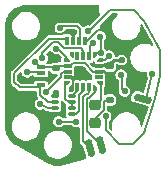
<source format=gbl>
G04 #@! TF.GenerationSoftware,KiCad,Pcbnew,7.0.7*
G04 #@! TF.CreationDate,2024-03-10T20:01:59-05:00*
G04 #@! TF.ProjectId,O12encoder,4f313265-6e63-46f6-9465-722e6b696361,1*
G04 #@! TF.SameCoordinates,Original*
G04 #@! TF.FileFunction,Copper,L2,Bot*
G04 #@! TF.FilePolarity,Positive*
%FSLAX46Y46*%
G04 Gerber Fmt 4.6, Leading zero omitted, Abs format (unit mm)*
G04 Created by KiCad (PCBNEW 7.0.7) date 2024-03-10 20:01:59*
%MOMM*%
%LPD*%
G01*
G04 APERTURE LIST*
G04 Aperture macros list*
%AMRoundRect*
0 Rectangle with rounded corners*
0 $1 Rounding radius*
0 $2 $3 $4 $5 $6 $7 $8 $9 X,Y pos of 4 corners*
0 Add a 4 corners polygon primitive as box body*
4,1,4,$2,$3,$4,$5,$6,$7,$8,$9,$2,$3,0*
0 Add four circle primitives for the rounded corners*
1,1,$1+$1,$2,$3*
1,1,$1+$1,$4,$5*
1,1,$1+$1,$6,$7*
1,1,$1+$1,$8,$9*
0 Add four rect primitives between the rounded corners*
20,1,$1+$1,$2,$3,$4,$5,0*
20,1,$1+$1,$4,$5,$6,$7,0*
20,1,$1+$1,$6,$7,$8,$9,0*
20,1,$1+$1,$8,$9,$2,$3,0*%
%AMFreePoly0*
4,1,6,0.150000,-0.175000,-0.150000,-0.175000,-0.150000,0.175000,0.000000,0.325000,0.150000,0.325000,0.150000,-0.175000,0.150000,-0.175000,$1*%
%AMFreePoly1*
4,1,6,0.150000,0.175000,0.150000,-0.175000,-0.150000,-0.175000,-0.150000,0.325000,0.000000,0.325000,0.150000,0.175000,0.150000,0.175000,$1*%
%AMFreePoly2*
4,1,6,0.175000,-0.150000,-0.175000,-0.150000,-0.325000,0.000000,-0.325000,0.150000,0.175000,0.150000,0.175000,-0.150000,0.175000,-0.150000,$1*%
%AMFreePoly3*
4,1,7,0.175000,-0.150000,-0.175000,-0.150000,-0.325000,-0.150000,-0.325000,0.000000,-0.175000,0.150000,0.175000,0.150000,0.175000,-0.150000,0.175000,-0.150000,$1*%
%AMFreePoly4*
4,1,6,0.150000,-0.175000,0.000000,-0.325000,-0.150000,-0.325000,-0.150000,0.175000,0.150000,0.175000,0.150000,-0.175000,0.150000,-0.175000,$1*%
%AMFreePoly5*
4,1,6,0.150000,-0.325000,0.000000,-0.325000,-0.150000,-0.175000,-0.150000,0.175000,0.150000,0.175000,0.150000,-0.325000,0.150000,-0.325000,$1*%
%AMFreePoly6*
4,1,6,0.325000,0.000000,0.325000,-0.150000,-0.175000,-0.150000,-0.175000,0.150000,0.175000,0.150000,0.325000,0.000000,0.325000,0.000000,$1*%
%AMFreePoly7*
4,1,6,0.325000,0.000000,0.175000,-0.150000,-0.175000,-0.150000,-0.175000,0.150000,0.325000,0.150000,0.325000,0.000000,0.325000,0.000000,$1*%
G04 Aperture macros list end*
G04 #@! TA.AperFunction,SMDPad,CuDef*
%ADD10RoundRect,0.135000X-0.185000X0.135000X-0.185000X-0.135000X0.185000X-0.135000X0.185000X0.135000X0*%
G04 #@! TD*
G04 #@! TA.AperFunction,SMDPad,CuDef*
%ADD11RoundRect,0.218750X-0.256250X0.218750X-0.256250X-0.218750X0.256250X-0.218750X0.256250X0.218750X0*%
G04 #@! TD*
G04 #@! TA.AperFunction,SMDPad,CuDef*
%ADD12R,0.400000X0.800000*%
G04 #@! TD*
G04 #@! TA.AperFunction,SMDPad,CuDef*
%ADD13R,0.300000X0.800000*%
G04 #@! TD*
G04 #@! TA.AperFunction,SMDPad,CuDef*
%ADD14RoundRect,0.150000X0.010403X-0.618378X0.300180X-0.540733X-0.010403X0.618378X-0.300180X0.540733X0*%
G04 #@! TD*
G04 #@! TA.AperFunction,SMDPad,CuDef*
%ADD15R,0.800000X0.400000*%
G04 #@! TD*
G04 #@! TA.AperFunction,SMDPad,CuDef*
%ADD16R,0.800000X0.300000*%
G04 #@! TD*
G04 #@! TA.AperFunction,SMDPad,CuDef*
%ADD17RoundRect,0.150000X-0.540733X0.300180X-0.618378X0.010403X0.540733X-0.300180X0.618378X-0.010403X0*%
G04 #@! TD*
G04 #@! TA.AperFunction,SMDPad,CuDef*
%ADD18RoundRect,0.140000X0.170000X-0.140000X0.170000X0.140000X-0.170000X0.140000X-0.170000X-0.140000X0*%
G04 #@! TD*
G04 #@! TA.AperFunction,SMDPad,CuDef*
%ADD19RoundRect,0.050000X0.285000X0.100000X-0.285000X0.100000X-0.285000X-0.100000X0.285000X-0.100000X0*%
G04 #@! TD*
G04 #@! TA.AperFunction,SMDPad,CuDef*
%ADD20FreePoly0,0.000000*%
G04 #@! TD*
G04 #@! TA.AperFunction,SMDPad,CuDef*
%ADD21R,0.300000X0.700000*%
G04 #@! TD*
G04 #@! TA.AperFunction,SMDPad,CuDef*
%ADD22FreePoly1,0.000000*%
G04 #@! TD*
G04 #@! TA.AperFunction,SMDPad,CuDef*
%ADD23FreePoly2,0.000000*%
G04 #@! TD*
G04 #@! TA.AperFunction,SMDPad,CuDef*
%ADD24R,0.700000X0.300000*%
G04 #@! TD*
G04 #@! TA.AperFunction,SMDPad,CuDef*
%ADD25FreePoly3,0.000000*%
G04 #@! TD*
G04 #@! TA.AperFunction,SMDPad,CuDef*
%ADD26FreePoly4,0.000000*%
G04 #@! TD*
G04 #@! TA.AperFunction,SMDPad,CuDef*
%ADD27FreePoly5,0.000000*%
G04 #@! TD*
G04 #@! TA.AperFunction,SMDPad,CuDef*
%ADD28FreePoly6,0.000000*%
G04 #@! TD*
G04 #@! TA.AperFunction,SMDPad,CuDef*
%ADD29FreePoly7,0.000000*%
G04 #@! TD*
G04 #@! TA.AperFunction,ViaPad*
%ADD30C,0.550000*%
G04 #@! TD*
G04 #@! TA.AperFunction,Conductor*
%ADD31C,0.160000*%
G04 #@! TD*
G04 APERTURE END LIST*
D10*
X52850000Y-50990000D03*
X52850000Y-52010000D03*
D11*
X51600000Y-52412500D03*
X51600000Y-53987500D03*
D12*
X51750000Y-44500000D03*
X48250000Y-44500000D03*
D13*
X49250000Y-47000000D03*
X49750000Y-47000000D03*
X50250000Y-47000000D03*
X50750000Y-47000000D03*
D14*
X52090926Y-55816181D03*
D15*
X44485000Y-48250000D03*
X44485000Y-51750000D03*
D16*
X46985000Y-50750000D03*
X46985000Y-50250000D03*
X46985000Y-49750000D03*
X46985000Y-49250000D03*
D17*
X55625000Y-51900000D03*
D18*
X48300000Y-49330000D03*
X48300000Y-48370000D03*
X52850000Y-50105000D03*
X52850000Y-49145000D03*
D14*
X51125000Y-56075000D03*
D19*
X49665000Y-51700000D03*
X49665000Y-52200000D03*
X49665000Y-52700000D03*
X49665000Y-53200000D03*
X48185000Y-53200000D03*
X48185000Y-52700000D03*
X48185000Y-52200000D03*
X48185000Y-51700000D03*
D20*
X49600000Y-51075000D03*
D21*
X50100000Y-50900000D03*
X50600000Y-50900000D03*
X51100000Y-50900000D03*
D22*
X51600000Y-51075000D03*
D23*
X52075000Y-50600000D03*
D24*
X51900000Y-50100000D03*
X51900000Y-49600000D03*
X51900000Y-49100000D03*
D25*
X52075000Y-48600000D03*
D26*
X51600000Y-48125000D03*
D21*
X51100000Y-48300000D03*
X50600000Y-48300000D03*
X50100000Y-48300000D03*
D27*
X49600000Y-48125000D03*
D28*
X49125000Y-48600000D03*
D24*
X49300000Y-49100000D03*
X49300000Y-49600000D03*
X49300000Y-50100000D03*
D29*
X49125000Y-50600000D03*
D30*
X47280000Y-45140000D03*
X49940000Y-56060000D03*
X45060000Y-47570000D03*
X45220000Y-52410000D03*
X46560000Y-56020000D03*
X50070000Y-44630000D03*
X50550000Y-49460000D03*
X54088807Y-52738807D03*
X56450000Y-49800000D03*
X52500000Y-53400000D03*
X50999015Y-46164117D03*
X52020000Y-46650000D03*
X54100000Y-51250000D03*
X45250000Y-50250000D03*
X49500000Y-54650000D03*
X50000000Y-53850000D03*
X46950000Y-52350000D03*
X53800000Y-49900000D03*
X48500000Y-53850000D03*
X53850000Y-48650000D03*
X48620781Y-45945781D03*
X49750141Y-46340000D03*
X45840000Y-49640000D03*
X47456385Y-51345099D03*
X46480000Y-48820000D03*
X48245500Y-51406600D03*
X46286086Y-50235983D03*
X47140000Y-48490000D03*
X47831823Y-48226061D03*
X48253550Y-47655500D03*
X51454066Y-47165000D03*
X52775000Y-48275000D03*
X52075000Y-48000000D03*
D31*
X52850000Y-49145000D02*
X53345000Y-48650000D01*
X53345000Y-48650000D02*
X53850000Y-48650000D01*
X51750000Y-44500000D02*
X51630000Y-44620000D01*
X51630000Y-44620000D02*
X50080000Y-44620000D01*
X50080000Y-44620000D02*
X50070000Y-44630000D01*
X56500634Y-52457158D02*
X55700000Y-54800000D01*
X57100000Y-49951198D02*
X56661899Y-51855303D01*
X57100000Y-47800000D02*
X55750000Y-45300000D01*
X53300000Y-51300000D02*
X53690000Y-51690000D01*
X53690000Y-51690000D02*
X53690000Y-52340000D01*
X53690000Y-52340000D02*
X54088807Y-52738807D01*
X54100000Y-51250000D02*
X53900000Y-51050000D01*
X53900000Y-51050000D02*
X53900000Y-50000000D01*
X53900000Y-50000000D02*
X53800000Y-49900000D01*
X50750000Y-47000000D02*
X50890746Y-47000000D01*
X53053015Y-46903015D02*
X54450000Y-48300000D01*
X51810746Y-46080000D02*
X52230706Y-46080000D01*
X53053015Y-46902309D02*
X53053015Y-46903015D01*
X50890746Y-47000000D02*
X51810746Y-46080000D01*
X52230706Y-46080000D02*
X53053015Y-46902309D01*
X54450000Y-49050000D02*
X54335000Y-49165000D01*
X54335000Y-49165000D02*
X53790000Y-49165000D01*
X54450000Y-48300000D02*
X54450000Y-49050000D01*
X53790000Y-49165000D02*
X52850000Y-50105000D01*
X56450000Y-49800000D02*
X55880000Y-51900000D01*
X55400000Y-51650000D02*
X55600000Y-51850000D01*
X55200000Y-51619460D02*
X55200000Y-51650000D01*
X55200000Y-51650000D02*
X55400000Y-51650000D01*
X54800000Y-55700000D02*
X55700000Y-54800000D01*
X53650000Y-55700000D02*
X54800000Y-55700000D01*
X52534953Y-54584953D02*
X53650000Y-55700000D01*
X52500000Y-53400000D02*
X52534953Y-54584953D01*
X51105883Y-46164117D02*
X50999015Y-46164117D01*
X52870000Y-44400000D02*
X51105883Y-46164117D01*
X56500634Y-52457158D02*
X56661899Y-51855303D01*
X55750000Y-45300000D02*
X54850000Y-44400000D01*
X54850000Y-44400000D02*
X52870000Y-44400000D01*
X57100000Y-49951198D02*
X57100000Y-47800000D01*
X49300000Y-49100000D02*
X49500000Y-49100000D01*
X49500000Y-49100000D02*
X49710000Y-48890000D01*
X50710000Y-48890000D02*
X51420000Y-49600000D01*
X49710000Y-48890000D02*
X50710000Y-48890000D01*
X51420000Y-49600000D02*
X51900000Y-49600000D01*
X47140000Y-48490000D02*
X47140000Y-48040730D01*
X48040230Y-47140500D02*
X48490500Y-47140500D01*
X47140000Y-48040730D02*
X48040230Y-47140500D01*
X48990000Y-47640000D02*
X50420000Y-47640000D01*
X48490500Y-47140500D02*
X48990000Y-47640000D01*
X50420000Y-47640000D02*
X50600000Y-47820000D01*
X50600000Y-47820000D02*
X50600000Y-48300000D01*
X46660000Y-48925000D02*
X46985000Y-49250000D01*
X46480000Y-48820000D02*
X46660000Y-48925000D01*
X49250000Y-47000000D02*
X49070500Y-46820500D01*
X45200000Y-50950000D02*
X46785000Y-50950000D01*
X47679500Y-46820500D02*
X44735000Y-49765000D01*
X46785000Y-50950000D02*
X46985000Y-50750000D01*
X44735000Y-50485000D02*
X45200000Y-50950000D01*
X49070500Y-46820500D02*
X47679500Y-46820500D01*
X44735000Y-49765000D02*
X44735000Y-50485000D01*
X51454066Y-47165000D02*
X51140000Y-47479066D01*
X51140000Y-48260000D02*
X51100000Y-48300000D01*
X51140000Y-47479066D02*
X51140000Y-48260000D01*
X49750000Y-46342861D02*
X49677139Y-46270000D01*
X49024882Y-46270000D02*
X48834101Y-46460781D01*
X48834101Y-46460781D02*
X48335781Y-46460781D01*
X49677139Y-46270000D02*
X49024882Y-46270000D01*
X49750000Y-47000000D02*
X49750000Y-46342861D01*
X48335781Y-46460781D02*
X48105781Y-46230781D01*
X48105781Y-46230781D02*
X48105781Y-44644219D01*
X48105781Y-44644219D02*
X48250000Y-44500000D01*
X48620781Y-45945781D02*
X48816562Y-45750000D01*
X48816562Y-45750000D02*
X50080000Y-45750000D01*
X50080000Y-45750000D02*
X50360000Y-46030000D01*
X50360000Y-46030000D02*
X50360000Y-46890000D01*
X50360000Y-46890000D02*
X50250000Y-47000000D01*
X52020000Y-46650924D02*
X52075000Y-46652614D01*
X52075000Y-46652614D02*
X52075000Y-48000000D01*
X52990000Y-50990000D02*
X53300000Y-51300000D01*
X52850000Y-50990000D02*
X52990000Y-50990000D01*
X52850000Y-52010000D02*
X52505048Y-52010000D01*
X52505048Y-52010000D02*
X52315000Y-52200048D01*
X52315000Y-52200048D02*
X52315000Y-52835000D01*
X52315000Y-52835000D02*
X51400000Y-53750000D01*
X51092548Y-51810000D02*
X50945096Y-51810000D01*
X51600000Y-51302548D02*
X51092548Y-51810000D01*
X50945096Y-51810000D02*
X50880000Y-51875096D01*
X50880000Y-51875096D02*
X50880000Y-54605255D01*
X51600000Y-51075000D02*
X51600000Y-51302548D01*
X50880000Y-54605255D02*
X52090926Y-55816181D01*
X51100000Y-50900000D02*
X51100000Y-51350000D01*
X51100000Y-51350000D02*
X50960000Y-51490000D01*
X50960000Y-51490000D02*
X50812548Y-51490000D01*
X50560000Y-55510000D02*
X51125000Y-56075000D01*
X50812548Y-51490000D02*
X50560000Y-51742548D01*
X50560000Y-51742548D02*
X50560000Y-55510000D01*
X46950000Y-52350000D02*
X47621160Y-52700000D01*
X47621160Y-52700000D02*
X48185000Y-52700000D01*
X47985000Y-54063320D02*
X47985000Y-53315000D01*
X48286680Y-54365000D02*
X47985000Y-54063320D01*
X49215000Y-54365000D02*
X48286680Y-54365000D01*
X47985000Y-53315000D02*
X48050000Y-53250000D01*
X49500000Y-54650000D02*
X49215000Y-54365000D01*
X50000000Y-53850000D02*
X48500000Y-53850000D01*
X51600000Y-52462500D02*
X52075000Y-51987500D01*
X52075000Y-51987500D02*
X52075000Y-50600000D01*
X52850000Y-50990000D02*
X52850000Y-50105000D01*
X48185000Y-52200000D02*
X47582966Y-52200000D01*
X47582966Y-52200000D02*
X46941385Y-51558419D01*
X46941385Y-51131779D02*
X46950000Y-51123164D01*
X46941385Y-51558419D02*
X46941385Y-51131779D01*
X46950000Y-51123164D02*
X46950000Y-50785000D01*
X46950000Y-50785000D02*
X46985000Y-50750000D01*
X45840000Y-49640000D02*
X46875000Y-49640000D01*
X46875000Y-49640000D02*
X46985000Y-49750000D01*
X49300000Y-49600000D02*
X48877401Y-49600000D01*
X48877401Y-49600000D02*
X48700000Y-49777401D01*
X48700000Y-49777401D02*
X48700000Y-50101484D01*
X48700000Y-50101484D02*
X47456385Y-51345099D01*
X52850000Y-49145000D02*
X51945000Y-49145000D01*
X51945000Y-49145000D02*
X51900000Y-49100000D01*
X52775000Y-48275000D02*
X52450000Y-48600000D01*
X52450000Y-48600000D02*
X52075000Y-48600000D01*
X52850000Y-50105000D02*
X52345000Y-49600000D01*
X52345000Y-49600000D02*
X51900000Y-49600000D01*
X48185000Y-51467100D02*
X48245500Y-51406600D01*
X48185000Y-51700000D02*
X48185000Y-51467100D01*
X46450000Y-50250000D02*
X46425000Y-50225000D01*
X46985000Y-50250000D02*
X46450000Y-50250000D01*
X47975762Y-48370000D02*
X47831823Y-48226061D01*
X48300000Y-48370000D02*
X47975762Y-48370000D01*
X46985000Y-49250000D02*
X48220000Y-49250000D01*
X48220000Y-49250000D02*
X48300000Y-49330000D01*
X48300000Y-49330000D02*
X48530000Y-49100000D01*
X48530000Y-49100000D02*
X49300000Y-49100000D01*
X48432901Y-47655500D02*
X48253550Y-47655500D01*
X49125000Y-48347599D02*
X48432901Y-47655500D01*
X49125000Y-48600000D02*
X49125000Y-48347599D01*
X49665000Y-53200000D02*
X49960122Y-53200000D01*
X50240000Y-52920122D02*
X50240000Y-51610000D01*
X49960122Y-53200000D02*
X50240000Y-52920122D01*
X50600000Y-51250000D02*
X50600000Y-50900000D01*
X50240000Y-51610000D02*
X50600000Y-51250000D01*
X49600000Y-51075000D02*
X49690000Y-50985000D01*
X49690000Y-50985000D02*
X49690000Y-50350588D01*
X49690000Y-50350588D02*
X49439412Y-50100000D01*
X49439412Y-50100000D02*
X49300000Y-50100000D01*
X52075000Y-48000000D02*
X51725000Y-48000000D01*
X51725000Y-48000000D02*
X51600000Y-48125000D01*
X49665000Y-52700000D02*
X49665000Y-52200000D01*
X49665000Y-51700000D02*
X50100000Y-51265000D01*
X50100000Y-51265000D02*
X50100000Y-50900000D01*
X49665000Y-52200000D02*
X49369878Y-52200000D01*
X49090000Y-51920122D02*
X49090000Y-50635000D01*
X49369878Y-52200000D02*
X49090000Y-51920122D01*
X49090000Y-50635000D02*
X49125000Y-50600000D01*
G04 #@! TA.AperFunction,Conductor*
G36*
X51913933Y-43976341D02*
G01*
X51940953Y-44023141D01*
X51942133Y-44035127D01*
X51942600Y-44056517D01*
X51943382Y-44092359D01*
X51943481Y-44092853D01*
X51944999Y-44108266D01*
X51944999Y-44538817D01*
X51945879Y-44552244D01*
X51945880Y-44552250D01*
X51949449Y-44579361D01*
X51950384Y-44585696D01*
X51950384Y-44585698D01*
X51984854Y-44670404D01*
X51984855Y-44670406D01*
X52015848Y-44714670D01*
X52033255Y-44733906D01*
X52053622Y-44783960D01*
X52037050Y-44835395D01*
X52030538Y-44842773D01*
X51191212Y-45682099D01*
X51142236Y-45704937D01*
X51113096Y-45702038D01*
X51067386Y-45688617D01*
X51067382Y-45688617D01*
X50930648Y-45688617D01*
X50930647Y-45688617D01*
X50799454Y-45727139D01*
X50799449Y-45727141D01*
X50684430Y-45801057D01*
X50684424Y-45801062D01*
X50668665Y-45819250D01*
X50621442Y-45845523D01*
X50568380Y-45835295D01*
X50561357Y-45830560D01*
X50553832Y-45824878D01*
X50546754Y-45819534D01*
X50542633Y-45815946D01*
X50319811Y-45593124D01*
X50312799Y-45583376D01*
X50312135Y-45583878D01*
X50307722Y-45578035D01*
X50307721Y-45578034D01*
X50307721Y-45578033D01*
X50274415Y-45547670D01*
X50273125Y-45546438D01*
X50259964Y-45533277D01*
X50259963Y-45533276D01*
X50259962Y-45533275D01*
X50256846Y-45531141D01*
X50252555Y-45527742D01*
X50243995Y-45519939D01*
X50230222Y-45507383D01*
X50230220Y-45507382D01*
X50220217Y-45503507D01*
X50204110Y-45495016D01*
X50195263Y-45488955D01*
X50195261Y-45488954D01*
X50165840Y-45482035D01*
X50160608Y-45480414D01*
X50132436Y-45469500D01*
X50132435Y-45469500D01*
X50121710Y-45469500D01*
X50103621Y-45467401D01*
X50093180Y-45464945D01*
X50093178Y-45464944D01*
X50073381Y-45467706D01*
X50063239Y-45469121D01*
X50057784Y-45469500D01*
X48875204Y-45469500D01*
X48863350Y-45467566D01*
X48863236Y-45468389D01*
X48855988Y-45467377D01*
X48810992Y-45469458D01*
X48809167Y-45469500D01*
X48790569Y-45469500D01*
X48790566Y-45469500D01*
X48790560Y-45469501D01*
X48786845Y-45470195D01*
X48781415Y-45470824D01*
X48751226Y-45472221D01*
X48744103Y-45473897D01*
X48743455Y-45471141D01*
X48701560Y-45473924D01*
X48701349Y-45473862D01*
X48689152Y-45470281D01*
X48689148Y-45470281D01*
X48552414Y-45470281D01*
X48552413Y-45470281D01*
X48421220Y-45508803D01*
X48421215Y-45508805D01*
X48306192Y-45582725D01*
X48216651Y-45686062D01*
X48159849Y-45810440D01*
X48140391Y-45945781D01*
X48159849Y-46081121D01*
X48216651Y-46205499D01*
X48306192Y-46308836D01*
X48420712Y-46382433D01*
X48421220Y-46382759D01*
X48429534Y-46385200D01*
X48473050Y-46417240D01*
X48485790Y-46469756D01*
X48461793Y-46518175D01*
X48412287Y-46539841D01*
X48407277Y-46540000D01*
X47738142Y-46540000D01*
X47726288Y-46538066D01*
X47726174Y-46538889D01*
X47718926Y-46537877D01*
X47673930Y-46539958D01*
X47672105Y-46540000D01*
X47653507Y-46540000D01*
X47653504Y-46540000D01*
X47653498Y-46540001D01*
X47649783Y-46540695D01*
X47644354Y-46541324D01*
X47614166Y-46542721D01*
X47604348Y-46547056D01*
X47586967Y-46552438D01*
X47576414Y-46554411D01*
X47550717Y-46570322D01*
X47545879Y-46572871D01*
X47518234Y-46585079D01*
X47518232Y-46585080D01*
X47510648Y-46592664D01*
X47496383Y-46603963D01*
X47487259Y-46609613D01*
X47487255Y-46609617D01*
X47469041Y-46633735D01*
X47465446Y-46637866D01*
X44578121Y-49525190D01*
X44568373Y-49532209D01*
X44568872Y-49532869D01*
X44563032Y-49537279D01*
X44532678Y-49570574D01*
X44531420Y-49571892D01*
X44518274Y-49585038D01*
X44516134Y-49588162D01*
X44512741Y-49592444D01*
X44492383Y-49614778D01*
X44492381Y-49614781D01*
X44488505Y-49624785D01*
X44480019Y-49640885D01*
X44473955Y-49649737D01*
X44473954Y-49649738D01*
X44467036Y-49679156D01*
X44465416Y-49684387D01*
X44454500Y-49712563D01*
X44454500Y-49723287D01*
X44452402Y-49741374D01*
X44449944Y-49751821D01*
X44451921Y-49765989D01*
X44454121Y-49781762D01*
X44454500Y-49787215D01*
X44454500Y-50426359D01*
X44452567Y-50438216D01*
X44453389Y-50438331D01*
X44452377Y-50445576D01*
X44454457Y-50490569D01*
X44454499Y-50492391D01*
X44454499Y-50510989D01*
X44455194Y-50514706D01*
X44455824Y-50520140D01*
X44457221Y-50550333D01*
X44461555Y-50560149D01*
X44466938Y-50577531D01*
X44467447Y-50580252D01*
X44468911Y-50588085D01*
X44484818Y-50613774D01*
X44487370Y-50618616D01*
X44499579Y-50646266D01*
X44507162Y-50653849D01*
X44518466Y-50668119D01*
X44519321Y-50669500D01*
X44524118Y-50677246D01*
X44548238Y-50695461D01*
X44552362Y-50699049D01*
X44757877Y-50904564D01*
X44960189Y-51106876D01*
X44967202Y-51116623D01*
X44967865Y-51116123D01*
X44972276Y-51121963D01*
X44972277Y-51121964D01*
X44972279Y-51121967D01*
X44996212Y-51143785D01*
X45005574Y-51152320D01*
X45006872Y-51153559D01*
X45019922Y-51166609D01*
X45020037Y-51166724D01*
X45023148Y-51168855D01*
X45027445Y-51172257D01*
X45049778Y-51192617D01*
X45059779Y-51196491D01*
X45075887Y-51204982D01*
X45080580Y-51208196D01*
X45084738Y-51211045D01*
X45114157Y-51217964D01*
X45119391Y-51219585D01*
X45147565Y-51230500D01*
X45158291Y-51230500D01*
X45176377Y-51232598D01*
X45180408Y-51233545D01*
X45186821Y-51235054D01*
X45186821Y-51235053D01*
X45186822Y-51235054D01*
X45191808Y-51234358D01*
X45216755Y-51230878D01*
X45222210Y-51230500D01*
X46581885Y-51230500D01*
X46632665Y-51248982D01*
X46659685Y-51295782D01*
X46660885Y-51309500D01*
X46660885Y-51499776D01*
X46658952Y-51511630D01*
X46659774Y-51511745D01*
X46658762Y-51518994D01*
X46660843Y-51563989D01*
X46660885Y-51565814D01*
X46660885Y-51584418D01*
X46661578Y-51588125D01*
X46662209Y-51593561D01*
X46663606Y-51623752D01*
X46667940Y-51633568D01*
X46673323Y-51650950D01*
X46674914Y-51659463D01*
X46675296Y-51661504D01*
X46691203Y-51687193D01*
X46693755Y-51692035D01*
X46705964Y-51719685D01*
X46713547Y-51727268D01*
X46724852Y-51741539D01*
X46730503Y-51750665D01*
X46754623Y-51768880D01*
X46758747Y-51772468D01*
X46770248Y-51783969D01*
X46772175Y-51785896D01*
X46795013Y-51834872D01*
X46781027Y-51887070D01*
X46754610Y-51909062D01*
X46755192Y-51909967D01*
X46635411Y-51986944D01*
X46545870Y-52090281D01*
X46489068Y-52214659D01*
X46469610Y-52350000D01*
X46489068Y-52485340D01*
X46545870Y-52609718D01*
X46635411Y-52713055D01*
X46736213Y-52777836D01*
X46750439Y-52786978D01*
X46851853Y-52816756D01*
X46881632Y-52825500D01*
X46881633Y-52825500D01*
X47018368Y-52825500D01*
X47049376Y-52816394D01*
X47139326Y-52789983D01*
X47193254Y-52793410D01*
X47198099Y-52795729D01*
X47450035Y-52927110D01*
X47466719Y-52938770D01*
X47470938Y-52942617D01*
X47501433Y-52954430D01*
X47503232Y-52955127D01*
X47507234Y-52956939D01*
X47514496Y-52960727D01*
X47514502Y-52960729D01*
X47514507Y-52960732D01*
X47528094Y-52964873D01*
X47530836Y-52965821D01*
X47568723Y-52980500D01*
X47573202Y-52981337D01*
X47584969Y-52983091D01*
X47589522Y-52983599D01*
X47589525Y-52983600D01*
X47589528Y-52983599D01*
X47589530Y-52983600D01*
X47602180Y-52982665D01*
X47630066Y-52980606D01*
X47632956Y-52980500D01*
X47695283Y-52980500D01*
X47739172Y-52993813D01*
X47751816Y-53002261D01*
X47802260Y-53035966D01*
X47875326Y-53050500D01*
X48494674Y-53050500D01*
X48567740Y-53035966D01*
X48650601Y-52980601D01*
X48705966Y-52897740D01*
X48720500Y-52824674D01*
X48720500Y-52575326D01*
X48705966Y-52502260D01*
X48705966Y-52502259D01*
X48700375Y-52493893D01*
X48687528Y-52441403D01*
X48700375Y-52406107D01*
X48705966Y-52397740D01*
X48715462Y-52350000D01*
X48720500Y-52324674D01*
X48720500Y-52138030D01*
X48738982Y-52087251D01*
X48785782Y-52060231D01*
X48839000Y-52069615D01*
X48855361Y-52082170D01*
X48862161Y-52088970D01*
X48873467Y-52103242D01*
X48879118Y-52112368D01*
X48903238Y-52130583D01*
X48907362Y-52134171D01*
X49097864Y-52324673D01*
X49120409Y-52347218D01*
X49142030Y-52387666D01*
X49144033Y-52397739D01*
X49144034Y-52397740D01*
X49149624Y-52406107D01*
X49149628Y-52406112D01*
X49162470Y-52458603D01*
X49149628Y-52493887D01*
X49144035Y-52502259D01*
X49144034Y-52502260D01*
X49144033Y-52502261D01*
X49129500Y-52575326D01*
X49129500Y-52824673D01*
X49144033Y-52897738D01*
X49144034Y-52897740D01*
X49149628Y-52906112D01*
X49162470Y-52958603D01*
X49149628Y-52993888D01*
X49144034Y-53002260D01*
X49144033Y-53002261D01*
X49129500Y-53075326D01*
X49129500Y-53324673D01*
X49144033Y-53397738D01*
X49144034Y-53397740D01*
X49176688Y-53446611D01*
X49189531Y-53499101D01*
X49165630Y-53547567D01*
X49116167Y-53569331D01*
X49111001Y-53569500D01*
X48922200Y-53569500D01*
X48871420Y-53551018D01*
X48862495Y-53542233D01*
X48845237Y-53522316D01*
X48814589Y-53486945D01*
X48814588Y-53486944D01*
X48699565Y-53413024D01*
X48699562Y-53413023D01*
X48699561Y-53413022D01*
X48626553Y-53391585D01*
X48568368Y-53374500D01*
X48568367Y-53374500D01*
X48431633Y-53374500D01*
X48431632Y-53374500D01*
X48300439Y-53413022D01*
X48300434Y-53413024D01*
X48185411Y-53486944D01*
X48095870Y-53590281D01*
X48039068Y-53714659D01*
X48019610Y-53850000D01*
X48039068Y-53985340D01*
X48095870Y-54109718D01*
X48185411Y-54213055D01*
X48231773Y-54242850D01*
X48300439Y-54286978D01*
X48401853Y-54316756D01*
X48431632Y-54325500D01*
X48431633Y-54325500D01*
X48568368Y-54325500D01*
X48592637Y-54318373D01*
X48699561Y-54286978D01*
X48814589Y-54213055D01*
X48862495Y-54157766D01*
X48909717Y-54131492D01*
X48922200Y-54130500D01*
X49577800Y-54130500D01*
X49628580Y-54148982D01*
X49637501Y-54157764D01*
X49676493Y-54202763D01*
X49685411Y-54213055D01*
X49731773Y-54242850D01*
X49800439Y-54286978D01*
X49901853Y-54316756D01*
X49931632Y-54325500D01*
X49931633Y-54325500D01*
X50068368Y-54325500D01*
X50107824Y-54313914D01*
X50178244Y-54293237D01*
X50232173Y-54296664D01*
X50271283Y-54333955D01*
X50279500Y-54369037D01*
X50279500Y-55451357D01*
X50277567Y-55463211D01*
X50278389Y-55463326D01*
X50277377Y-55470575D01*
X50279458Y-55515570D01*
X50279500Y-55517395D01*
X50279500Y-55535999D01*
X50280193Y-55539706D01*
X50280824Y-55545142D01*
X50282221Y-55575333D01*
X50286555Y-55585149D01*
X50291938Y-55602531D01*
X50293293Y-55609777D01*
X50293911Y-55613085D01*
X50309818Y-55638774D01*
X50312370Y-55643616D01*
X50324579Y-55671266D01*
X50332162Y-55678849D01*
X50343467Y-55693120D01*
X50349118Y-55702246D01*
X50373238Y-55720461D01*
X50377362Y-55724049D01*
X50499847Y-55846534D01*
X50547414Y-55894101D01*
X50567861Y-55929515D01*
X50789768Y-56757679D01*
X50805454Y-56816221D01*
X50830670Y-56874801D01*
X50832677Y-56879462D01*
X50832679Y-56879466D01*
X50848316Y-56897422D01*
X50867727Y-56947855D01*
X50850178Y-56998965D01*
X50809187Y-57025611D01*
X48926879Y-57529974D01*
X48914092Y-57533400D01*
X48911575Y-57533987D01*
X48684514Y-57579150D01*
X48679386Y-57579825D01*
X48449675Y-57594879D01*
X48444502Y-57594879D01*
X48214790Y-57579822D01*
X48209662Y-57579147D01*
X47983889Y-57534237D01*
X47978893Y-57532899D01*
X47760897Y-57458899D01*
X47756124Y-57456922D01*
X47548419Y-57354495D01*
X47546150Y-57353283D01*
X47512796Y-57334026D01*
X47512794Y-57334025D01*
X44858716Y-55801691D01*
X44856532Y-55800333D01*
X44849381Y-55795555D01*
X47241443Y-55795555D01*
X47241972Y-55801260D01*
X47261971Y-56017093D01*
X47322856Y-56231081D01*
X47422024Y-56430237D01*
X47422025Y-56430238D01*
X47422028Y-56430244D01*
X47556105Y-56607791D01*
X47720524Y-56757679D01*
X47815078Y-56816224D01*
X47909683Y-56874801D01*
X47909687Y-56874803D01*
X47921716Y-56879463D01*
X48117146Y-56955173D01*
X48117148Y-56955173D01*
X48117150Y-56955174D01*
X48335843Y-56996055D01*
X48558328Y-56996055D01*
X48558329Y-56996055D01*
X48777026Y-56955173D01*
X48984487Y-56874802D01*
X49173648Y-56757679D01*
X49338067Y-56607791D01*
X49472144Y-56430244D01*
X49571315Y-56231083D01*
X49632201Y-56017091D01*
X49652729Y-55795555D01*
X49632201Y-55574019D01*
X49571315Y-55360027D01*
X49472144Y-55160866D01*
X49338067Y-54983319D01*
X49173648Y-54833431D01*
X49024562Y-54741121D01*
X48984488Y-54716308D01*
X48984484Y-54716306D01*
X48777032Y-54635939D01*
X48777021Y-54635935D01*
X48558329Y-54595055D01*
X48335843Y-54595055D01*
X48117150Y-54635935D01*
X48117139Y-54635939D01*
X47909687Y-54716306D01*
X47909683Y-54716308D01*
X47720527Y-54833429D01*
X47720520Y-54833434D01*
X47556105Y-54983318D01*
X47505635Y-55050152D01*
X47422028Y-55160866D01*
X47422026Y-55160868D01*
X47422024Y-55160872D01*
X47322856Y-55360028D01*
X47261971Y-55574016D01*
X47250935Y-55693120D01*
X47241443Y-55795555D01*
X44849381Y-55795555D01*
X44664045Y-55671715D01*
X44659943Y-55668567D01*
X44628634Y-55641110D01*
X44486856Y-55516773D01*
X44483225Y-55513142D01*
X44331421Y-55340043D01*
X44328281Y-55335951D01*
X44318885Y-55321889D01*
X44200381Y-55144536D01*
X44197799Y-55140064D01*
X44095976Y-54933591D01*
X44094001Y-54928820D01*
X44072171Y-54864514D01*
X44020004Y-54710838D01*
X44018665Y-54705842D01*
X43973750Y-54480060D01*
X43973074Y-54474932D01*
X43957944Y-54244137D01*
X43957895Y-54242641D01*
X44551716Y-54242641D01*
X44572244Y-54464179D01*
X44633129Y-54678167D01*
X44732297Y-54877323D01*
X44732298Y-54877324D01*
X44732301Y-54877330D01*
X44866378Y-55054877D01*
X45030797Y-55204765D01*
X45123681Y-55262276D01*
X45219956Y-55321887D01*
X45219960Y-55321889D01*
X45278982Y-55344754D01*
X45427419Y-55402259D01*
X45427421Y-55402259D01*
X45427423Y-55402260D01*
X45646116Y-55443141D01*
X45868601Y-55443141D01*
X45868602Y-55443141D01*
X46087299Y-55402259D01*
X46294760Y-55321888D01*
X46483921Y-55204765D01*
X46648340Y-55054877D01*
X46782417Y-54877330D01*
X46881588Y-54678169D01*
X46942474Y-54464177D01*
X46963002Y-54242641D01*
X46942474Y-54021105D01*
X46881588Y-53807113D01*
X46782417Y-53607952D01*
X46648340Y-53430405D01*
X46483921Y-53280517D01*
X46401636Y-53229568D01*
X46294761Y-53163394D01*
X46294757Y-53163392D01*
X46087305Y-53083025D01*
X46087294Y-53083021D01*
X45868602Y-53042141D01*
X45646116Y-53042141D01*
X45427423Y-53083021D01*
X45427412Y-53083025D01*
X45219960Y-53163392D01*
X45219956Y-53163394D01*
X45030800Y-53280515D01*
X45030793Y-53280520D01*
X44866378Y-53430404D01*
X44823681Y-53486945D01*
X44732301Y-53607952D01*
X44732299Y-53607954D01*
X44732297Y-53607958D01*
X44633129Y-53807114D01*
X44572244Y-54021102D01*
X44551716Y-54242641D01*
X43957895Y-54242641D01*
X43957859Y-54241552D01*
X43957859Y-45758655D01*
X43957902Y-45757359D01*
X44551716Y-45757359D01*
X44572244Y-45978897D01*
X44633129Y-46192885D01*
X44732297Y-46392041D01*
X44732298Y-46392042D01*
X44732301Y-46392048D01*
X44866378Y-46569595D01*
X45030797Y-46719483D01*
X45178815Y-46811131D01*
X45219956Y-46836605D01*
X45219960Y-46836607D01*
X45310959Y-46871860D01*
X45427419Y-46916977D01*
X45427421Y-46916977D01*
X45427423Y-46916978D01*
X45646116Y-46957859D01*
X45868601Y-46957859D01*
X45868602Y-46957859D01*
X46087299Y-46916977D01*
X46294760Y-46836606D01*
X46483921Y-46719483D01*
X46648340Y-46569595D01*
X46782417Y-46392048D01*
X46881588Y-46192887D01*
X46942474Y-45978895D01*
X46963002Y-45757359D01*
X46942474Y-45535823D01*
X46881588Y-45321831D01*
X46782417Y-45122670D01*
X46648340Y-44945123D01*
X46483921Y-44795235D01*
X46353807Y-44714672D01*
X46294761Y-44678112D01*
X46294757Y-44678110D01*
X46087305Y-44597743D01*
X46087294Y-44597739D01*
X45868602Y-44556859D01*
X45646116Y-44556859D01*
X45427423Y-44597739D01*
X45427412Y-44597743D01*
X45219960Y-44678110D01*
X45219956Y-44678112D01*
X45030800Y-44795233D01*
X45030793Y-44795238D01*
X44866378Y-44945122D01*
X44796970Y-45037034D01*
X44732301Y-45122670D01*
X44732299Y-45122672D01*
X44732297Y-45122676D01*
X44633129Y-45321832D01*
X44572244Y-45535820D01*
X44551716Y-45757359D01*
X43957902Y-45757359D01*
X43957944Y-45756070D01*
X43966586Y-45624250D01*
X43973089Y-45525059D01*
X43973764Y-45519939D01*
X43984704Y-45464944D01*
X44018679Y-45294150D01*
X44020013Y-45289175D01*
X44094019Y-45071169D01*
X44095994Y-45066404D01*
X44110478Y-45037034D01*
X44197818Y-44859930D01*
X44200389Y-44855476D01*
X44328301Y-44664045D01*
X44331427Y-44659971D01*
X44483242Y-44486858D01*
X44486858Y-44483242D01*
X44659971Y-44331427D01*
X44664045Y-44328301D01*
X44855476Y-44200389D01*
X44859930Y-44197818D01*
X45066405Y-44095993D01*
X45071169Y-44094019D01*
X45289175Y-44020013D01*
X45294150Y-44018679D01*
X45506984Y-43976341D01*
X45519939Y-43973764D01*
X45525059Y-43973089D01*
X45637111Y-43965742D01*
X45756075Y-43957944D01*
X45758660Y-43957859D01*
X51863153Y-43957859D01*
X51913933Y-43976341D01*
G37*
G04 #@! TD.AperFunction*
G04 #@! TA.AperFunction,Conductor*
G36*
X49702317Y-50700774D02*
G01*
X49741353Y-50738143D01*
X49749500Y-50773084D01*
X49749500Y-51186089D01*
X49731018Y-51236869D01*
X49726362Y-51241950D01*
X49641952Y-51326361D01*
X49592976Y-51349199D01*
X49586090Y-51349500D01*
X49449500Y-51349500D01*
X49398720Y-51331018D01*
X49371700Y-51284218D01*
X49370500Y-51270500D01*
X49370500Y-50986258D01*
X49388982Y-50935478D01*
X49405607Y-50920574D01*
X49444552Y-50894552D01*
X49594552Y-50744552D01*
X49604814Y-50729193D01*
X49648393Y-50697240D01*
X49702317Y-50700774D01*
G37*
G04 #@! TD.AperFunction*
G04 #@! TA.AperFunction,Conductor*
G36*
X47782963Y-49548982D02*
G01*
X47803780Y-49576112D01*
X47810451Y-49590417D01*
X47846776Y-49668316D01*
X47846778Y-49668319D01*
X47931680Y-49753221D01*
X47931683Y-49753223D01*
X47931684Y-49753224D01*
X48040513Y-49803972D01*
X48090099Y-49810500D01*
X48340500Y-49810499D01*
X48391280Y-49828981D01*
X48418300Y-49875780D01*
X48419500Y-49889499D01*
X48419500Y-49952575D01*
X48401018Y-50003355D01*
X48396361Y-50008436D01*
X47720361Y-50684436D01*
X47671385Y-50707274D01*
X47619187Y-50693288D01*
X47588192Y-50649022D01*
X47585500Y-50628575D01*
X47585500Y-50580252D01*
X47573867Y-50521769D01*
X47573866Y-50521768D01*
X47529552Y-50455448D01*
X47463231Y-50411133D01*
X47463230Y-50411132D01*
X47463231Y-50411132D01*
X47404748Y-50399500D01*
X46565252Y-50399500D01*
X46506769Y-50411132D01*
X46440448Y-50455448D01*
X46396132Y-50521769D01*
X46384500Y-50580252D01*
X46384500Y-50590500D01*
X46366018Y-50641280D01*
X46319218Y-50668300D01*
X46305500Y-50669500D01*
X45348909Y-50669500D01*
X45298129Y-50651018D01*
X45293048Y-50646361D01*
X45038639Y-50391952D01*
X45015801Y-50342976D01*
X45015500Y-50336091D01*
X45015500Y-49913909D01*
X45033982Y-49863129D01*
X45038639Y-49858048D01*
X45235075Y-49661612D01*
X45284051Y-49638774D01*
X45336249Y-49652760D01*
X45367244Y-49697026D01*
X45369132Y-49706230D01*
X45379068Y-49775340D01*
X45419160Y-49863129D01*
X45435870Y-49899718D01*
X45525411Y-50003055D01*
X45640439Y-50076978D01*
X45720548Y-50100500D01*
X45771632Y-50115500D01*
X45771633Y-50115500D01*
X45908368Y-50115500D01*
X45932637Y-50108373D01*
X46039561Y-50076978D01*
X46154589Y-50003055D01*
X46202495Y-49947766D01*
X46249717Y-49921492D01*
X46262200Y-49920500D01*
X46319816Y-49920500D01*
X46370596Y-49938982D01*
X46390282Y-49972234D01*
X46393156Y-49971044D01*
X46396131Y-49978228D01*
X46396132Y-49978230D01*
X46396133Y-49978231D01*
X46440448Y-50044552D01*
X46506769Y-50088867D01*
X46506768Y-50088867D01*
X46565252Y-50100500D01*
X47404748Y-50100500D01*
X47463231Y-50088867D01*
X47529552Y-50044552D01*
X47573867Y-49978231D01*
X47585500Y-49919748D01*
X47585500Y-49609499D01*
X47603982Y-49558720D01*
X47650782Y-49531700D01*
X47664500Y-49530500D01*
X47732183Y-49530500D01*
X47782963Y-49548982D01*
G37*
G04 #@! TD.AperFunction*
G04 #@! TA.AperFunction,Conductor*
G36*
X50611871Y-49188982D02*
G01*
X50616952Y-49193639D01*
X51180189Y-49756876D01*
X51187202Y-49766623D01*
X51187865Y-49766123D01*
X51192276Y-49771963D01*
X51192277Y-49771964D01*
X51192279Y-49771967D01*
X51215068Y-49792742D01*
X51225575Y-49802321D01*
X51226894Y-49803581D01*
X51240039Y-49816726D01*
X51243153Y-49818859D01*
X51247449Y-49822261D01*
X51265179Y-49838424D01*
X51269778Y-49842617D01*
X51278130Y-49845852D01*
X51279783Y-49846493D01*
X51295888Y-49854983D01*
X51310777Y-49865182D01*
X51309591Y-49866911D01*
X51341393Y-49897426D01*
X51349500Y-49932285D01*
X51349500Y-50270500D01*
X51331018Y-50321280D01*
X51284218Y-50348300D01*
X51270500Y-50349500D01*
X50930252Y-50349500D01*
X50865412Y-50362397D01*
X50834588Y-50362397D01*
X50769748Y-50349500D01*
X50430252Y-50349500D01*
X50365412Y-50362397D01*
X50334588Y-50362397D01*
X50269748Y-50349500D01*
X49930252Y-50349500D01*
X49871769Y-50361132D01*
X49809444Y-50402778D01*
X49805448Y-50405448D01*
X49791476Y-50426359D01*
X49788203Y-50431257D01*
X49744623Y-50463210D01*
X49690699Y-50459675D01*
X49651664Y-50422306D01*
X49645035Y-50402778D01*
X49638867Y-50371769D01*
X49623185Y-50348300D01*
X49594552Y-50305448D01*
X49528231Y-50261133D01*
X49528230Y-50261132D01*
X49528231Y-50261132D01*
X49450000Y-50245572D01*
X49058503Y-50245572D01*
X49007723Y-50227090D01*
X48980703Y-50180290D01*
X48980801Y-50161240D01*
X48980500Y-50161240D01*
X48980500Y-50143192D01*
X48982599Y-50125104D01*
X48985053Y-50114667D01*
X48985054Y-50114661D01*
X48983078Y-50100500D01*
X48980878Y-50084727D01*
X48980500Y-50079273D01*
X48980500Y-50029500D01*
X48998982Y-49978720D01*
X49045782Y-49951700D01*
X49059500Y-49950500D01*
X49669748Y-49950500D01*
X49728231Y-49938867D01*
X49794552Y-49894552D01*
X49838867Y-49828231D01*
X49850500Y-49769748D01*
X49850500Y-49430252D01*
X49838867Y-49371769D01*
X49838866Y-49371767D01*
X49837602Y-49365413D01*
X49837602Y-49334587D01*
X49838866Y-49328232D01*
X49838867Y-49328231D01*
X49850500Y-49269748D01*
X49850500Y-49249500D01*
X49868982Y-49198720D01*
X49915782Y-49171700D01*
X49929500Y-49170500D01*
X50561091Y-49170500D01*
X50611871Y-49188982D01*
G37*
G04 #@! TD.AperFunction*
G04 #@! TA.AperFunction,Conductor*
G36*
X53899718Y-48383199D02*
G01*
X53952415Y-48398672D01*
X53972868Y-48408013D01*
X54019075Y-48437708D01*
X54036069Y-48452433D01*
X54072034Y-48493939D01*
X54084191Y-48512855D01*
X54107009Y-48562819D01*
X54113344Y-48584394D01*
X54121160Y-48638756D01*
X54121160Y-48661242D01*
X54113344Y-48715605D01*
X54107009Y-48737181D01*
X54084191Y-48787144D01*
X54072034Y-48806059D01*
X54036068Y-48847566D01*
X54019076Y-48862290D01*
X54004033Y-48871958D01*
X53961321Y-48884500D01*
X53848642Y-48884500D01*
X53836788Y-48882566D01*
X53836674Y-48883389D01*
X53829426Y-48882377D01*
X53784430Y-48884458D01*
X53782605Y-48884500D01*
X53764002Y-48884500D01*
X53760284Y-48885195D01*
X53754849Y-48885824D01*
X53754521Y-48885840D01*
X53745207Y-48886270D01*
X53698856Y-48873815D01*
X53679567Y-48861420D01*
X53665864Y-48850266D01*
X53660507Y-48844801D01*
X53660505Y-48844800D01*
X53660501Y-48844795D01*
X53660501Y-48844796D01*
X53659332Y-48843742D01*
X53650105Y-48835421D01*
X53641426Y-48827594D01*
X53637846Y-48824441D01*
X53628497Y-48819500D01*
X53556988Y-48781707D01*
X53556985Y-48781706D01*
X53556983Y-48781705D01*
X53504801Y-48767723D01*
X53504775Y-48767718D01*
X53454171Y-48760735D01*
X53454168Y-48760735D01*
X53454167Y-48760735D01*
X53364757Y-48779972D01*
X53364754Y-48779973D01*
X53364755Y-48779973D01*
X53315784Y-48802807D01*
X53257322Y-48843742D01*
X53245038Y-48856026D01*
X53235147Y-48865917D01*
X53228247Y-48873447D01*
X53227474Y-48874290D01*
X53227469Y-48874296D01*
X53185874Y-48942843D01*
X53167391Y-48993625D01*
X53154999Y-49063904D01*
X53154999Y-49297417D01*
X53147597Y-49330803D01*
X53138177Y-49351006D01*
X53122440Y-49373478D01*
X53108478Y-49387440D01*
X53086004Y-49403177D01*
X53065805Y-49412596D01*
X53032418Y-49419998D01*
X52667582Y-49419998D01*
X52634195Y-49412596D01*
X52613996Y-49403177D01*
X52591522Y-49387441D01*
X52541638Y-49337558D01*
X52539950Y-49335761D01*
X52530720Y-49325300D01*
X52525418Y-49321017D01*
X52521408Y-49317291D01*
X52520485Y-49316306D01*
X52514576Y-49309997D01*
X52480881Y-49281046D01*
X52480878Y-49281045D01*
X52480876Y-49281043D01*
X52395852Y-49247369D01*
X52378047Y-49244629D01*
X52342441Y-49239149D01*
X52342439Y-49239149D01*
X52271091Y-49240706D01*
X52259024Y-49243107D01*
X52257138Y-49243482D01*
X52241727Y-49245000D01*
X52010196Y-49245000D01*
X52002793Y-49245267D01*
X51987745Y-49246353D01*
X51987743Y-49246354D01*
X51987704Y-49246365D01*
X51987594Y-49246380D01*
X51983644Y-49247089D01*
X51983618Y-49246946D01*
X51965670Y-49249500D01*
X51530250Y-49249500D01*
X51518228Y-49251891D01*
X51464818Y-49243670D01*
X51446957Y-49230270D01*
X51202048Y-48985361D01*
X51179210Y-48936385D01*
X51193196Y-48884187D01*
X51237462Y-48853192D01*
X51257909Y-48850500D01*
X51269748Y-48850500D01*
X51328231Y-48838867D01*
X51394552Y-48794552D01*
X51411796Y-48768743D01*
X51455374Y-48736790D01*
X51509297Y-48740323D01*
X51548334Y-48777690D01*
X51554964Y-48797220D01*
X51561132Y-48828230D01*
X51572205Y-48844801D01*
X51605448Y-48894552D01*
X51671769Y-48938867D01*
X51671768Y-48938867D01*
X51750000Y-48954428D01*
X52250000Y-48954428D01*
X52328231Y-48938867D01*
X52328233Y-48938866D01*
X52369737Y-48911133D01*
X52394262Y-48894745D01*
X52434504Y-48881515D01*
X52450464Y-48880777D01*
X52455572Y-48880542D01*
X52457395Y-48880500D01*
X52475991Y-48880500D01*
X52475993Y-48880500D01*
X52479708Y-48879805D01*
X52485139Y-48879174D01*
X52515333Y-48877779D01*
X52525145Y-48873446D01*
X52542540Y-48868060D01*
X52544138Y-48867761D01*
X52553084Y-48866089D01*
X52578784Y-48850174D01*
X52583611Y-48847630D01*
X52611266Y-48835421D01*
X52618852Y-48827834D01*
X52633119Y-48816532D01*
X52642245Y-48810883D01*
X52660469Y-48786748D01*
X52664035Y-48782650D01*
X52673050Y-48773635D01*
X52722028Y-48750800D01*
X52728908Y-48750500D01*
X52843368Y-48750500D01*
X52867637Y-48743373D01*
X52974561Y-48711978D01*
X53089589Y-48638055D01*
X53145177Y-48573901D01*
X53192397Y-48547629D01*
X53231900Y-48551401D01*
X53262684Y-48562605D01*
X53262685Y-48562606D01*
X53262689Y-48562606D01*
X53262690Y-48562607D01*
X53332974Y-48575000D01*
X53332978Y-48575000D01*
X53339968Y-48575000D01*
X53339969Y-48575000D01*
X53346542Y-48574849D01*
X53379202Y-48573338D01*
X53384214Y-48573424D01*
X53397356Y-48574490D01*
X53403640Y-48575000D01*
X53403642Y-48575000D01*
X53431875Y-48575000D01*
X53440018Y-48574677D01*
X53456562Y-48573362D01*
X53492151Y-48562605D01*
X53540188Y-48548086D01*
X53540190Y-48548084D01*
X53540200Y-48548082D01*
X53587422Y-48521807D01*
X53642815Y-48476803D01*
X53663933Y-48452428D01*
X53680925Y-48437705D01*
X53727128Y-48408013D01*
X53747575Y-48398674D01*
X53773929Y-48390937D01*
X53800280Y-48383200D01*
X53822536Y-48380000D01*
X53877463Y-48380000D01*
X53899718Y-48383199D01*
G37*
G04 #@! TD.AperFunction*
G04 #@! TA.AperFunction,Conductor*
G36*
X47811442Y-47858295D02*
G01*
X47837990Y-47890190D01*
X47849420Y-47915218D01*
X47938961Y-48018555D01*
X48032669Y-48078777D01*
X48053989Y-48092478D01*
X48151341Y-48121063D01*
X48185182Y-48131000D01*
X48185183Y-48131000D01*
X48321917Y-48131000D01*
X48423661Y-48101125D01*
X48477589Y-48104552D01*
X48501777Y-48121063D01*
X48729839Y-48349124D01*
X48752677Y-48398101D01*
X48751460Y-48420398D01*
X48745572Y-48450000D01*
X48745572Y-48740500D01*
X48727090Y-48791280D01*
X48680290Y-48818300D01*
X48666572Y-48819500D01*
X48588642Y-48819500D01*
X48576788Y-48817566D01*
X48576674Y-48818389D01*
X48569426Y-48817377D01*
X48524430Y-48819458D01*
X48522605Y-48819500D01*
X48504007Y-48819500D01*
X48504004Y-48819500D01*
X48503998Y-48819501D01*
X48500283Y-48820195D01*
X48494854Y-48820824D01*
X48464666Y-48822221D01*
X48454848Y-48826556D01*
X48437467Y-48831938D01*
X48426914Y-48833911D01*
X48420845Y-48837669D01*
X48379260Y-48849500D01*
X48090098Y-48849500D01*
X48090092Y-48849501D01*
X48040517Y-48856026D01*
X48040511Y-48856028D01*
X47931684Y-48906775D01*
X47911892Y-48926568D01*
X47892098Y-48946361D01*
X47843124Y-48969199D01*
X47836238Y-48969500D01*
X47574547Y-48969500D01*
X47530656Y-48956186D01*
X47515952Y-48946361D01*
X47500336Y-48935926D01*
X47468384Y-48892347D01*
X47471919Y-48838423D01*
X47484522Y-48818509D01*
X47544130Y-48749718D01*
X47600931Y-48625342D01*
X47620390Y-48490000D01*
X47600931Y-48354658D01*
X47544130Y-48230282D01*
X47500841Y-48180323D01*
X47481556Y-48129844D01*
X47499230Y-48078777D01*
X47504675Y-48072740D01*
X47710269Y-47867146D01*
X47759244Y-47844309D01*
X47811442Y-47858295D01*
G37*
G04 #@! TD.AperFunction*
G04 #@! TA.AperFunction,Conductor*
G36*
X49981870Y-46048982D02*
G01*
X49986951Y-46053639D01*
X50056360Y-46123048D01*
X50079198Y-46172024D01*
X50079499Y-46178908D01*
X50079500Y-46334814D01*
X50061018Y-46385595D01*
X50027768Y-46405289D01*
X50028956Y-46408156D01*
X50021770Y-46411132D01*
X49955448Y-46455448D01*
X49911132Y-46521769D01*
X49899500Y-46580252D01*
X49899500Y-47280500D01*
X49881018Y-47331280D01*
X49834218Y-47358300D01*
X49820500Y-47359500D01*
X49679500Y-47359500D01*
X49628720Y-47341018D01*
X49601700Y-47294218D01*
X49600500Y-47280500D01*
X49600500Y-46580252D01*
X49588867Y-46521769D01*
X49588866Y-46521769D01*
X49544552Y-46455448D01*
X49478231Y-46411133D01*
X49478230Y-46411132D01*
X49478231Y-46411132D01*
X49419748Y-46399500D01*
X49080252Y-46399500D01*
X49080250Y-46399500D01*
X49036316Y-46408238D01*
X48982906Y-46400017D01*
X48947277Y-46359387D01*
X48946099Y-46305361D01*
X48961198Y-46279027D01*
X49024911Y-46205499D01*
X49081712Y-46081123D01*
X49081712Y-46081122D01*
X49083740Y-46076682D01*
X49121647Y-46038169D01*
X49155601Y-46030500D01*
X49931090Y-46030500D01*
X49981870Y-46048982D01*
G37*
G04 #@! TD.AperFunction*
G04 #@! TA.AperFunction,Conductor*
G36*
X53488795Y-44698982D02*
G01*
X53515815Y-44745782D01*
X53506431Y-44799000D01*
X53491238Y-44817880D01*
X53448169Y-44857143D01*
X53351660Y-44945122D01*
X53326658Y-44978231D01*
X53217583Y-45122670D01*
X53217581Y-45122672D01*
X53217579Y-45122676D01*
X53118411Y-45321832D01*
X53057526Y-45535820D01*
X53036998Y-45757359D01*
X53057526Y-45978897D01*
X53118411Y-46192885D01*
X53217579Y-46392041D01*
X53217580Y-46392042D01*
X53217583Y-46392048D01*
X53351660Y-46569595D01*
X53516079Y-46719483D01*
X53649260Y-46801945D01*
X53705238Y-46836605D01*
X53705242Y-46836607D01*
X53796241Y-46871860D01*
X53912701Y-46916977D01*
X53912703Y-46916977D01*
X53912705Y-46916978D01*
X54131398Y-46957859D01*
X54353883Y-46957859D01*
X54353884Y-46957859D01*
X54572581Y-46916977D01*
X54780042Y-46836606D01*
X54969203Y-46719483D01*
X55133622Y-46569595D01*
X55267699Y-46392048D01*
X55366870Y-46192887D01*
X55427756Y-45978895D01*
X55448284Y-45757359D01*
X55436368Y-45628765D01*
X55450086Y-45576498D01*
X55494193Y-45545276D01*
X55548050Y-45549709D01*
X55584543Y-45583940D01*
X56510730Y-47299102D01*
X56515042Y-47307086D01*
X56522907Y-47360550D01*
X56494566Y-47406561D01*
X56443281Y-47423591D01*
X56403941Y-47411790D01*
X56332957Y-47367839D01*
X56332953Y-47367837D01*
X56125501Y-47287470D01*
X56125490Y-47287466D01*
X55906798Y-47246586D01*
X55684312Y-47246586D01*
X55465619Y-47287466D01*
X55465608Y-47287470D01*
X55258156Y-47367837D01*
X55258152Y-47367839D01*
X55068996Y-47484960D01*
X55068989Y-47484965D01*
X54904574Y-47634849D01*
X54835166Y-47726761D01*
X54770497Y-47812397D01*
X54770495Y-47812399D01*
X54770493Y-47812403D01*
X54671325Y-48011559D01*
X54610440Y-48225547D01*
X54589912Y-48447086D01*
X54610440Y-48668624D01*
X54671325Y-48882612D01*
X54770493Y-49081768D01*
X54770494Y-49081769D01*
X54770497Y-49081775D01*
X54904574Y-49259322D01*
X55068993Y-49409210D01*
X55178333Y-49476910D01*
X55258152Y-49526332D01*
X55258156Y-49526334D01*
X55349155Y-49561587D01*
X55465615Y-49606704D01*
X55465617Y-49606704D01*
X55465619Y-49606705D01*
X55684312Y-49647586D01*
X55900353Y-49647586D01*
X55951133Y-49666068D01*
X55978153Y-49712868D01*
X55978548Y-49737827D01*
X55974691Y-49764659D01*
X55969610Y-49800000D01*
X55989068Y-49935340D01*
X56045870Y-50059718D01*
X56051041Y-50065686D01*
X56070325Y-50116167D01*
X56067576Y-50138112D01*
X55743501Y-51332074D01*
X55712362Y-51376240D01*
X55660119Y-51390057D01*
X55646813Y-51387688D01*
X55279395Y-51289239D01*
X55142857Y-51252654D01*
X55142853Y-51252653D01*
X55142851Y-51252653D01*
X55074476Y-51244608D01*
X54959670Y-51267033D01*
X54959669Y-51267034D01*
X54858366Y-51325521D01*
X54858364Y-51325522D01*
X54781542Y-51413735D01*
X54754320Y-51476973D01*
X54754317Y-51476983D01*
X54659457Y-51831004D01*
X54659455Y-51831013D01*
X54651410Y-51899388D01*
X54673835Y-52014194D01*
X54673836Y-52014195D01*
X54732324Y-52115500D01*
X54820537Y-52192323D01*
X54883779Y-52219546D01*
X56086189Y-52541731D01*
X56130455Y-52572726D01*
X56144441Y-52624924D01*
X56140497Y-52643586D01*
X55598737Y-54228904D01*
X55564827Y-54270979D01*
X55511805Y-54281413D01*
X55464480Y-54255324D01*
X55445319Y-54210646D01*
X55427756Y-54021105D01*
X55366870Y-53807113D01*
X55267699Y-53607952D01*
X55133622Y-53430405D01*
X54969203Y-53280517D01*
X54886918Y-53229568D01*
X54780043Y-53163394D01*
X54780039Y-53163392D01*
X54572587Y-53083025D01*
X54572576Y-53083021D01*
X54353884Y-53042141D01*
X54131398Y-53042141D01*
X53912705Y-53083021D01*
X53912694Y-53083025D01*
X53705242Y-53163392D01*
X53705238Y-53163394D01*
X53516082Y-53280515D01*
X53516075Y-53280520D01*
X53351660Y-53430404D01*
X53284568Y-53519249D01*
X53217583Y-53607952D01*
X53217581Y-53607954D01*
X53217579Y-53607958D01*
X53118411Y-53807114D01*
X53057526Y-54021102D01*
X53036998Y-54242640D01*
X53057526Y-54464179D01*
X53072373Y-54516361D01*
X53068493Y-54570261D01*
X53030874Y-54609056D01*
X52977120Y-54614594D01*
X52940528Y-54593841D01*
X52834227Y-54487540D01*
X52811389Y-54438564D01*
X52811122Y-54434008D01*
X52808192Y-54334689D01*
X52793005Y-53819796D01*
X52809983Y-53768494D01*
X52812267Y-53765734D01*
X52814587Y-53763055D01*
X52814589Y-53763055D01*
X52904130Y-53659718D01*
X52960931Y-53535342D01*
X52980390Y-53400000D01*
X52960931Y-53264658D01*
X52904130Y-53140282D01*
X52814589Y-53036945D01*
X52814588Y-53036944D01*
X52699565Y-52963024D01*
X52699562Y-52963022D01*
X52652985Y-52949346D01*
X52609470Y-52917305D01*
X52596730Y-52864789D01*
X52598343Y-52855454D01*
X52598618Y-52854282D01*
X52600054Y-52848179D01*
X52595878Y-52818243D01*
X52595500Y-52812789D01*
X52595500Y-52559500D01*
X52613982Y-52508720D01*
X52660782Y-52481700D01*
X52674500Y-52480500D01*
X53074318Y-52480500D01*
X53084500Y-52479159D01*
X53123173Y-52474068D01*
X53230404Y-52424065D01*
X53314065Y-52340404D01*
X53364068Y-52233173D01*
X53370500Y-52184316D01*
X53370500Y-51835684D01*
X53369884Y-51831008D01*
X53368488Y-51820407D01*
X53364068Y-51786827D01*
X53314065Y-51679596D01*
X53314064Y-51679595D01*
X53314062Y-51679592D01*
X53230407Y-51595937D01*
X53230404Y-51595935D01*
X53123174Y-51545932D01*
X53074318Y-51539500D01*
X53074316Y-51539500D01*
X52625684Y-51539500D01*
X52625682Y-51539500D01*
X52576826Y-51545932D01*
X52576823Y-51545932D01*
X52467887Y-51596731D01*
X52414053Y-51601441D01*
X52369787Y-51570446D01*
X52355500Y-51525133D01*
X52355500Y-50962872D01*
X52373982Y-50912092D01*
X52390610Y-50897186D01*
X52390672Y-50897144D01*
X52394552Y-50894552D01*
X52438867Y-50828231D01*
X52454428Y-50750000D01*
X52454428Y-50450000D01*
X52438867Y-50371769D01*
X52438866Y-50371767D01*
X52437602Y-50365412D01*
X52437602Y-50334587D01*
X52438866Y-50328232D01*
X52438867Y-50328231D01*
X52450500Y-50269748D01*
X52450500Y-49930252D01*
X52444482Y-49900000D01*
X53319610Y-49900000D01*
X53339068Y-50035340D01*
X53395870Y-50159718D01*
X53445030Y-50216453D01*
X53485411Y-50263055D01*
X53583212Y-50325907D01*
X53615937Y-50368906D01*
X53619500Y-50392364D01*
X53619500Y-50991357D01*
X53617567Y-51003211D01*
X53618389Y-51003326D01*
X53617377Y-51010575D01*
X53619458Y-51055570D01*
X53619500Y-51057395D01*
X53619500Y-51075999D01*
X53620193Y-51079706D01*
X53620824Y-51085142D01*
X53622221Y-51115334D01*
X53625707Y-51123229D01*
X53631632Y-51166376D01*
X53628679Y-51186917D01*
X53619610Y-51250000D01*
X53619992Y-51252654D01*
X53639068Y-51385340D01*
X53695870Y-51509718D01*
X53785411Y-51613055D01*
X53888950Y-51679595D01*
X53900439Y-51686978D01*
X54001853Y-51716756D01*
X54031632Y-51725500D01*
X54031633Y-51725500D01*
X54168368Y-51725500D01*
X54192637Y-51718373D01*
X54299561Y-51686978D01*
X54414589Y-51613055D01*
X54504130Y-51509718D01*
X54560931Y-51385342D01*
X54580390Y-51250000D01*
X54560931Y-51114658D01*
X54504130Y-50990282D01*
X54414589Y-50886945D01*
X54414588Y-50886944D01*
X54299565Y-50813024D01*
X54299561Y-50813022D01*
X54237242Y-50794723D01*
X54193726Y-50762682D01*
X54180500Y-50718923D01*
X54180500Y-50216453D01*
X54198982Y-50165673D01*
X54199798Y-50164717D01*
X54200479Y-50163931D01*
X54204130Y-50159718D01*
X54260931Y-50035342D01*
X54280390Y-49900000D01*
X54260931Y-49764658D01*
X54204130Y-49640282D01*
X54114589Y-49536945D01*
X54114588Y-49536944D01*
X53999565Y-49463024D01*
X53999562Y-49463023D01*
X53999561Y-49463022D01*
X53910751Y-49436945D01*
X53868368Y-49424500D01*
X53868367Y-49424500D01*
X53731633Y-49424500D01*
X53731632Y-49424500D01*
X53600439Y-49463022D01*
X53600434Y-49463024D01*
X53485411Y-49536944D01*
X53395870Y-49640281D01*
X53339068Y-49764659D01*
X53319610Y-49900000D01*
X52444482Y-49900000D01*
X52438867Y-49871769D01*
X52394552Y-49805448D01*
X52328231Y-49761133D01*
X52328230Y-49761132D01*
X52328231Y-49761132D01*
X52269748Y-49749500D01*
X52009627Y-49749500D01*
X51958847Y-49731018D01*
X51931827Y-49684218D01*
X51930663Y-49668107D01*
X51934936Y-49527107D01*
X51954948Y-49476910D01*
X52002545Y-49451320D01*
X52013900Y-49450500D01*
X52269748Y-49450500D01*
X52311182Y-49442258D01*
X52364592Y-49450478D01*
X52391143Y-49478825D01*
X52392813Y-49477656D01*
X52396778Y-49483319D01*
X52481680Y-49568221D01*
X52481683Y-49568223D01*
X52481684Y-49568224D01*
X52590513Y-49618972D01*
X52640099Y-49625500D01*
X53059900Y-49625499D01*
X53059901Y-49625499D01*
X53059904Y-49625498D01*
X53069175Y-49624278D01*
X53109482Y-49618973D01*
X53109483Y-49618972D01*
X53109487Y-49618972D01*
X53218316Y-49568224D01*
X53303224Y-49483316D01*
X53353972Y-49374487D01*
X53360500Y-49324901D01*
X53360499Y-49063907D01*
X53378981Y-49013128D01*
X53383627Y-49008058D01*
X53402629Y-48989056D01*
X53451604Y-48966219D01*
X53503802Y-48980205D01*
X53518189Y-48993179D01*
X53535411Y-49013055D01*
X53650439Y-49086978D01*
X53751853Y-49116756D01*
X53781632Y-49125500D01*
X53781633Y-49125500D01*
X53918368Y-49125500D01*
X53942637Y-49118373D01*
X54049561Y-49086978D01*
X54164589Y-49013055D01*
X54254130Y-48909718D01*
X54310931Y-48785342D01*
X54330390Y-48650000D01*
X54310931Y-48514658D01*
X54254130Y-48390282D01*
X54164589Y-48286945D01*
X54164588Y-48286944D01*
X54049565Y-48213024D01*
X54049562Y-48213023D01*
X54049561Y-48213022D01*
X53983964Y-48193761D01*
X53918368Y-48174500D01*
X53918367Y-48174500D01*
X53781633Y-48174500D01*
X53781632Y-48174500D01*
X53650439Y-48213022D01*
X53650434Y-48213024D01*
X53535411Y-48286944D01*
X53487505Y-48342233D01*
X53440283Y-48368508D01*
X53427800Y-48369500D01*
X53403642Y-48369500D01*
X53391788Y-48367566D01*
X53391674Y-48368389D01*
X53384426Y-48367377D01*
X53339430Y-48369458D01*
X53337605Y-48369500D01*
X53332974Y-48369500D01*
X53282194Y-48351018D01*
X53255174Y-48304218D01*
X53254778Y-48279258D01*
X53255390Y-48275001D01*
X53255390Y-48275000D01*
X53235931Y-48139659D01*
X53217909Y-48100196D01*
X53179130Y-48015282D01*
X53089589Y-47911945D01*
X53089588Y-47911944D01*
X52974565Y-47838024D01*
X52974562Y-47838023D01*
X52974561Y-47838022D01*
X52887311Y-47812403D01*
X52843368Y-47799500D01*
X52843367Y-47799500D01*
X52706633Y-47799500D01*
X52706632Y-47799500D01*
X52595557Y-47832114D01*
X52541626Y-47828686D01*
X52502516Y-47791395D01*
X52501439Y-47789132D01*
X52498350Y-47782368D01*
X52479130Y-47740282D01*
X52389589Y-47636945D01*
X52389588Y-47636944D01*
X52385319Y-47633245D01*
X52386690Y-47631662D01*
X52359061Y-47595351D01*
X52355500Y-47571900D01*
X52355500Y-47018387D01*
X52373982Y-46967607D01*
X52374796Y-46966653D01*
X52382416Y-46957859D01*
X52424130Y-46909718D01*
X52480931Y-46785342D01*
X52500390Y-46650000D01*
X52480931Y-46514658D01*
X52424130Y-46390282D01*
X52334589Y-46286945D01*
X52334588Y-46286944D01*
X52219565Y-46213024D01*
X52219562Y-46213023D01*
X52219561Y-46213022D01*
X52185266Y-46202952D01*
X52095542Y-46176606D01*
X52052026Y-46144565D01*
X52038835Y-46098415D01*
X52052592Y-45644456D01*
X52072603Y-45594262D01*
X52075659Y-45591027D01*
X52963048Y-44703638D01*
X53012024Y-44680801D01*
X53018909Y-44680500D01*
X53438015Y-44680500D01*
X53488795Y-44698982D01*
G37*
G04 #@! TD.AperFunction*
M02*

</source>
